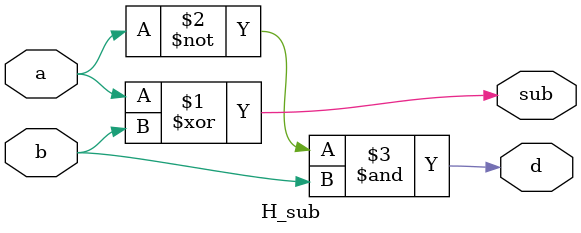
<source format=v>
module H_sub(a,b,sub,d);
input a,b;
output sub,d;
assign sub=a^b;
assign d=(~a)&b;
endmodule

</source>
